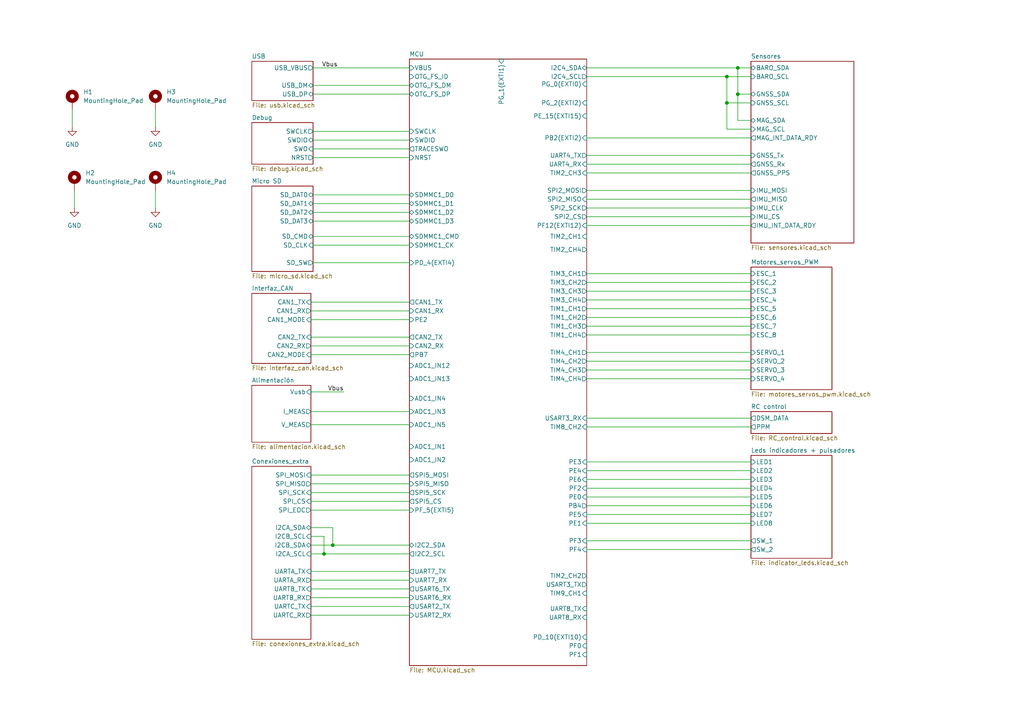
<source format=kicad_sch>
(kicad_sch (version 20211123) (generator eeschema)
  (paper "A4")
  (lib_symbols
    (symbol "Mechanical:MountingHole_Pad" (pin_numbers hide) (pin_names (offset 1.016) hide)
      (property "Reference" "H" (at 0 6.35 0))
      (property "Value" "MountingHole_Pad" (at 0 4.445 0))
      (symbol "MountingHole_Pad_0_1"
        (circle (center 0 1.27) (radius 1.27) (stroke (width 1.27)))
      )
      (symbol "MountingHole_Pad_1_1"
        (pin input line (at 0 -2.54 90) (length 2.54) (name "1") (number "1"))
      )
    )
    (symbol "power:GND" (power) (pin_names (offset 0))
      (property "Value" "GND" (at 0 -3.81 0))
      (symbol "GND_0_1"
        (polyline (pts (xy 0 0) (xy 0 -1.27) (xy 1.27 -1.27) (xy 0 -2.54) (xy -1.27 -1.27) (xy 0 -1.27)))
      )
      (symbol "GND_1_1"
        (pin power_in line (at 0 0 270) (length 0) hide (name "GND") (number "1"))
      )
    )
  )
  (junction (at 210.82 22.225))
  (junction (at 213.995 27.305))
  (junction (at 93.98 160.655))
  (junction (at 213.995 19.685))
  (junction (at 96.52 158.115))
  (junction (at 210.82 29.845))
  (wire (pts (xy 45.085 31.75) (xy 45.085 36.83)))
  (wire (pts (xy 170.18 40.005) (xy 217.805 40.005)))
  (wire (pts (xy 170.18 136.525) (xy 217.805 136.525)))
  (wire (pts (xy 170.18 121.285) (xy 217.805 121.285)))
  (wire (pts (xy 90.17 100.33) (xy 118.745 100.33)))
  (wire (pts (xy 170.18 79.375) (xy 217.805 79.375)))
  (wire (pts (xy 170.18 45.085) (xy 217.805 45.085)))
  (wire (pts (xy 170.18 144.145) (xy 217.805 144.145)))
  (wire (pts (xy 90.805 45.72) (xy 118.745 45.72)))
  (wire (pts (xy 170.18 89.535) (xy 217.805 89.535)))
  (wire (pts (xy 90.805 56.515) (xy 118.745 56.515)))
  (wire (pts (xy 90.17 168.275) (xy 118.745 168.275)))
  (wire (pts (xy 170.18 107.315) (xy 217.805 107.315)))
  (wire (pts (xy 93.98 155.575) (xy 93.98 160.655)))
  (wire (pts (xy 217.805 34.925) (xy 213.995 34.925)))
  (wire (pts (xy 90.17 90.17) (xy 118.745 90.17)))
  (wire (pts (xy 90.17 140.335) (xy 118.745 140.335)))
  (wire (pts (xy 90.17 97.79) (xy 118.745 97.79)))
  (wire (pts (xy 210.82 29.845) (xy 210.82 22.225)))
  (wire (pts (xy 170.18 159.385) (xy 217.805 159.385)))
  (wire (pts (xy 93.98 160.655) (xy 118.745 160.655)))
  (wire (pts (xy 213.995 34.925) (xy 213.995 27.305)))
  (wire (pts (xy 170.18 22.225) (xy 210.82 22.225)))
  (wire (pts (xy 170.18 141.605) (xy 217.805 141.605)))
  (wire (pts (xy 90.17 102.87) (xy 118.745 102.87)))
  (wire (pts (xy 217.805 37.465) (xy 210.82 37.465)))
  (wire (pts (xy 213.995 27.305) (xy 213.995 19.685)))
  (wire (pts (xy 90.805 71.12) (xy 118.745 71.12)))
  (wire (pts (xy 170.18 109.855) (xy 217.805 109.855)))
  (wire (pts (xy 170.18 57.785) (xy 217.805 57.785)))
  (wire (pts (xy 90.805 27.305) (xy 118.745 27.305)))
  (wire (pts (xy 170.18 47.625) (xy 217.805 47.625)))
  (wire (pts (xy 90.805 40.64) (xy 118.745 40.64)))
  (wire (pts (xy 90.17 145.415) (xy 118.745 145.415)))
  (wire (pts (xy 90.17 113.665) (xy 99.695 113.665)))
  (wire (pts (xy 170.18 94.615) (xy 217.805 94.615)))
  (wire (pts (xy 90.17 119.38) (xy 118.745 119.38)))
  (wire (pts (xy 90.17 165.735) (xy 118.745 165.735)))
  (wire (pts (xy 170.18 60.325) (xy 217.805 60.325)))
  (wire (pts (xy 170.18 97.155) (xy 217.805 97.155)))
  (wire (pts (xy 210.82 22.225) (xy 217.805 22.225)))
  (wire (pts (xy 170.18 65.405) (xy 217.805 65.405)))
  (wire (pts (xy 170.18 50.165) (xy 217.805 50.165)))
  (wire (pts (xy 45.085 55.245) (xy 45.085 60.325)))
  (wire (pts (xy 170.18 62.865) (xy 217.805 62.865)))
  (wire (pts (xy 90.17 173.355) (xy 118.745 173.355)))
  (wire (pts (xy 90.17 178.435) (xy 118.745 178.435)))
  (wire (pts (xy 170.18 151.765) (xy 217.805 151.765)))
  (wire (pts (xy 170.18 149.225) (xy 217.805 149.225)))
  (wire (pts (xy 90.17 87.63) (xy 118.745 87.63)))
  (wire (pts (xy 170.18 81.915) (xy 217.805 81.915)))
  (wire (pts (xy 170.18 86.995) (xy 217.805 86.995)))
  (wire (pts (xy 213.995 19.685) (xy 217.805 19.685)))
  (wire (pts (xy 96.52 153.035) (xy 96.52 158.115)))
  (wire (pts (xy 170.18 92.075) (xy 217.805 92.075)))
  (wire (pts (xy 170.18 133.985) (xy 217.805 133.985)))
  (wire (pts (xy 90.17 137.795) (xy 118.745 137.795)))
  (wire (pts (xy 90.805 68.58) (xy 118.745 68.58)))
  (wire (pts (xy 20.955 31.75) (xy 20.955 36.83)))
  (wire (pts (xy 90.805 38.1) (xy 118.745 38.1)))
  (wire (pts (xy 90.805 59.055) (xy 118.745 59.055)))
  (wire (pts (xy 90.805 24.765) (xy 118.745 24.765)))
  (wire (pts (xy 170.18 139.065) (xy 217.805 139.065)))
  (wire (pts (xy 170.18 19.685) (xy 213.995 19.685)))
  (wire (pts (xy 210.82 37.465) (xy 210.82 29.845)))
  (wire (pts (xy 90.17 160.655) (xy 93.98 160.655)))
  (wire (pts (xy 170.18 146.685) (xy 217.805 146.685)))
  (wire (pts (xy 96.52 158.115) (xy 118.745 158.115)))
  (wire (pts (xy 90.17 142.875) (xy 118.745 142.875)))
  (wire (pts (xy 90.17 147.955) (xy 118.745 147.955)))
  (wire (pts (xy 170.18 84.455) (xy 217.805 84.455)))
  (wire (pts (xy 90.17 158.115) (xy 96.52 158.115)))
  (wire (pts (xy 90.17 175.895) (xy 118.745 175.895)))
  (wire (pts (xy 90.805 43.18) (xy 118.745 43.18)))
  (wire (pts (xy 170.18 123.825) (xy 217.805 123.825)))
  (wire (pts (xy 21.59 55.245) (xy 21.59 60.325)))
  (wire (pts (xy 217.805 29.845) (xy 210.82 29.845)))
  (wire (pts (xy 217.805 27.305) (xy 213.995 27.305)))
  (wire (pts (xy 170.18 156.845) (xy 217.805 156.845)))
  (wire (pts (xy 90.17 92.71) (xy 118.745 92.71)))
  (wire (pts (xy 90.805 76.2) (xy 118.745 76.2)))
  (wire (pts (xy 170.18 102.235) (xy 217.805 102.235)))
  (wire (pts (xy 90.805 64.135) (xy 118.745 64.135)))
  (wire (pts (xy 90.17 170.815) (xy 118.745 170.815)))
  (wire (pts (xy 90.17 123.19) (xy 118.745 123.19)))
  (wire (pts (xy 170.18 104.775) (xy 217.805 104.775)))
  (wire (pts (xy 90.17 155.575) (xy 93.98 155.575)))
  (wire (pts (xy 90.805 19.685) (xy 118.745 19.685)))
  (wire (pts (xy 90.805 61.595) (xy 118.745 61.595)))
  (wire (pts (xy 170.18 55.245) (xy 217.805 55.245)))
  (wire (pts (xy 90.17 153.035) (xy 96.52 153.035)))
  (label "Vbus" (at 93.345 19.685 0))
  (label "Vbus" (at 99.695 113.665 180))
  (symbol (lib_id "Mechanical:MountingHole_Pad") (at 21.59 52.705 0) (unit 1)
    (property "Reference" "H2" (at 24.765 50.1649 0) (effects (justify left)))
    (property "Value" "MountingHole_Pad" (at 24.765 52.7049 0) (effects (justify left)))
    (property "Footprint" "MountingHole:MountingHole_3.2mm_M3_Pad_TopBottom" (effects hide))
  )
  (symbol (lib_id "power:GND") (at 21.59 60.325 0) (unit 1)
    (property "Reference" "#PWR0177" (effects hide))
    (property "Value" "GND" (at 21.59 65.405 0))
  )
  (symbol (lib_id "power:GND") (at 45.085 60.325 0) (unit 1)
    (property "Reference" "#PWR0178" (effects hide))
    (property "Value" "GND" (at 45.085 65.405 0))
  )
  (symbol (lib_id "Mechanical:MountingHole_Pad") (at 20.955 29.21 0) (unit 1)
    (property "Reference" "H1" (at 24.13 26.6699 0) (effects (justify left)))
    (property "Value" "MountingHole_Pad" (at 24.13 29.2099 0) (effects (justify left)))
    (property "Footprint" "MountingHole:MountingHole_3.2mm_M3_Pad_TopBottom" (effects hide))
  )
  (symbol (lib_id "power:GND") (at 20.955 36.83 0) (unit 1)
    (property "Reference" "#PWR0176" (effects hide))
    (property "Value" "GND" (at 20.955 41.91 0))
  )
  (symbol (lib_id "power:GND") (at 45.085 36.83 0) (unit 1)
    (property "Reference" "#PWR0175" (effects hide))
    (property "Value" "GND" (at 45.085 41.91 0))
  )
  (symbol (lib_id "Mechanical:MountingHole_Pad") (at 45.085 52.705 0) (unit 1)
    (property "Reference" "H4" (at 48.26 50.1649 0) (effects (justify left)))
    (property "Value" "MountingHole_Pad" (at 48.26 52.7049 0) (effects (justify left)))
    (property "Footprint" "MountingHole:MountingHole_3.2mm_M3_Pad_TopBottom" (effects hide))
  )
  (symbol (lib_id "Mechanical:MountingHole_Pad") (at 45.085 29.21 0) (unit 1)
    (property "Reference" "H3" (at 48.26 26.6699 0) (effects (justify left)))
    (property "Value" "MountingHole_Pad" (at 48.26 29.2099 0) (effects (justify left)))
    (property "Footprint" "MountingHole:MountingHole_3.2mm_M3_Pad_TopBottom" (effects hide))
  )
  (sheet (at 73.025 135.255) (size 17.145 50.165) (stroke (width 0.1524))
    (property "Sheet name" "Conexiones_extra" (at 73.025 134.5434 0) (effects (justify left bottom)))
    (property "Sheet file" "conexiones_extra.kicad_sch" (at 73.025 186.0046 0) (effects (justify left top)))
    (pin "SPI_CS" input (at 90.17 145.415 0))
    (pin "SPI_MOSI" input (at 90.17 137.795 0))
    (pin "SPI_MISO" output (at 90.17 140.335 0))
    (pin "SPI_SCK" input (at 90.17 142.875 0))
    (pin "SPI_EOC" output (at 90.17 147.955 0))
    (pin "I2CB_SCL" input (at 90.17 155.575 0))
    (pin "I2CB_SDA" bidirectional (at 90.17 158.115 0))
    (pin "I2CA_SDA" bidirectional (at 90.17 153.035 0))
    (pin "I2CA_SCL" input (at 90.17 160.655 0))
    (pin "UARTB_TX" input (at 90.17 170.815 0))
    (pin "UARTA_TX" input (at 90.17 165.735 0))
    (pin "UARTA_RX" output (at 90.17 168.275 0))
    (pin "UARTB_RX" output (at 90.17 173.355 0))
    (pin "UARTC_TX" input (at 90.17 175.895 0))
    (pin "UARTC_RX" output (at 90.17 178.435 0))
  )
  (sheet (at 217.805 17.78) (size 29.845 52.705) (stroke (width 0.1524))
    (property "Sheet name" "Sensores" (at 217.805 17.0684 0) (effects (justify left bottom)))
    (property "Sheet file" "sensores.kicad_sch" (at 217.805 71.0696 0) (effects (justify left top)))
    (pin "IMU_MISO" output (at 217.805 57.785 180))
    (pin "IMU_CS" input (at 217.805 62.865 180))
    (pin "IMU_CLK" input (at 217.805 60.325 180))
    (pin "IMU_MOSI" input (at 217.805 55.245 180))
    (pin "IMU_INT_DATA_RDY" output (at 217.805 65.405 180))
    (pin "BARO_SCL" input (at 217.805 22.225 180))
    (pin "BARO_SDA" bidirectional (at 217.805 19.685 180))
    (pin "GNSS_SDA" bidirectional (at 217.805 27.305 180))
    (pin "GNSS_PPS" output (at 217.805 50.165 180))
    (pin "GNSS_Rx" output (at 217.805 47.625 180))
    (pin "GNSS_SCL" input (at 217.805 29.845 180))
    (pin "GNSS_Tx" input (at 217.805 45.085 180))
    (pin "MAG_SCL" input (at 217.805 37.465 180))
    (pin "MAG_SDA" bidirectional (at 217.805 34.925 180))
    (pin "MAG_INT_DATA_RDY" output (at 217.805 40.005 180))
  )
  (sheet (at 217.805 119.38) (size 23.495 6.35) (stroke (width 0.1524))
    (property "Sheet name" "RC control" (at 217.805 118.6684 0) (effects (justify left bottom)))
    (property "Sheet file" "RC_control.kicad_sch" (at 217.805 126.3146 0) (effects (justify left top)))
    (pin "DSM_DATA" output (at 217.805 121.285 180))
    (pin "PPM" output (at 217.805 123.825 180))
  )
  (sheet (at 73.025 53.975) (size 17.78 24.765) (stroke (width 0.1524))
    (property "Sheet name" "Micro SD" (at 73.025 53.2634 0) (effects (justify left bottom)))
    (property "Sheet file" "micro_sd.kicad_sch" (at 73.025 79.3246 0) (effects (justify left top)))
    (pin "SD_CMD" bidirectional (at 90.805 68.58 0))
    (pin "SD_DAT0" bidirectional (at 90.805 56.515 0))
    (pin "SD_DAT3" bidirectional (at 90.805 64.135 0))
    (pin "SD_DAT2" bidirectional (at 90.805 61.595 0))
    (pin "SD_DAT1" bidirectional (at 90.805 59.055 0))
    (pin "SD_CLK" input (at 90.805 71.12 0))
    (pin "SD_SW" output (at 90.805 76.2 0))
  )
  (sheet (at 73.025 111.76) (size 17.145 16.51) (stroke (width 0.1524))
    (property "Sheet name" "Alimentación" (at 73.025 111.0484 0) (effects (justify left bottom)))
    (property "Sheet file" "alimentacion.kicad_sch" (at 73.025 128.8546 0) (effects (justify left top)))
    (pin "Vusb" input (at 90.17 113.665 0))
    (pin "I_MEAS" output (at 90.17 119.38 0))
    (pin "V_MEAS" output (at 90.17 123.19 0))
  )
  (sheet (at 73.025 35.56) (size 17.78 12.065) (stroke (width 0.1524))
    (property "Sheet name" "Debug" (at 73.025 34.8484 0) (effects (justify left bottom)))
    (property "Sheet file" "debug.kicad_sch" (at 73.025 48.2096 0) (effects (justify left top)))
    (pin "SWCLK" output (at 90.805 38.1 0))
    (pin "SWDIO" bidirectional (at 90.805 40.64 0))
    (pin "SWO" input (at 90.805 43.18 0))
    (pin "NRST" output (at 90.805 45.72 0))
  )
  (sheet (at 118.745 17.145) (size 51.435 175.895) (stroke (width 0.1524))
    (property "Sheet name" "MCU" (at 118.745 16.4334 0) (effects (justify left bottom)))
    (property "Sheet file" "MCU.kicad_sch" (at 118.745 193.6246 0) (effects (justify left top)))
    (pin "I2C4_SDA" bidirectional (at 170.18 19.685 0))
    (pin "I2C4_SCL" output (at 170.18 22.225 0))
    (pin "I2C2_SCL" output (at 118.745 160.655 180))
    (pin "I2C2_SDA" bidirectional (at 118.745 158.115 180))
    (pin "SDMMC1_D2" bidirectional (at 118.745 61.595 180))
    (pin "SDMMC1_D1" bidirectional (at 118.745 59.055 180))
    (pin "SDMMC1_CK" input (at 118.745 71.12 180))
    (pin "SDMMC1_D3" bidirectional (at 118.745 64.135 180))
    (pin "SDMMC1_D0" bidirectional (at 118.745 56.515 180))
    (pin "SDMMC1_CMD" bidirectional (at 118.745 68.58 180))
    (pin "OTG_FS_DM" bidirectional (at 118.745 24.765 180))
    (pin "OTG_FS_DP" bidirectional (at 118.745 27.305 180))
    (pin "OTG_FS_ID" input (at 118.745 22.225 180))
    (pin "VBUS" input (at 118.745 19.685 180))
    (pin "TRACESWO" output (at 118.745 43.18 180))
    (pin "SWDIO" bidirectional (at 118.745 40.64 180))
    (pin "SWCLK" input (at 118.745 38.1 180))
    (pin "NRST" input (at 118.745 45.72 180))
    (pin "CAN2_TX" output (at 118.745 97.79 180))
    (pin "CAN2_RX" input (at 118.745 100.33 180))
    (pin "CAN1_TX" output (at 118.745 87.63 180))
    (pin "CAN1_RX" input (at 118.745 90.17 180))
    (pin "TIM1_CH1" output (at 170.18 89.535 0))
    (pin "TIM1_CH3" output (at 170.18 94.615 0))
    (pin "TIM1_CH2" output (at 170.18 92.075 0))
    (pin "TIM1_CH4" output (at 170.18 97.155 0))
    (pin "TIM4_CH4" output (at 170.18 109.855 0))
    (pin "TIM4_CH2" output (at 170.18 104.775 0))
    (pin "TIM4_CH1" output (at 170.18 102.235 0))
    (pin "TIM4_CH3" output (at 170.18 107.315 0))
    (pin "TIM3_CH4" output (at 170.18 86.995 0))
    (pin "TIM3_CH3" output (at 170.18 84.455 0))
    (pin "TIM3_CH1" output (at 170.18 79.375 0))
    (pin "TIM3_CH2" output (at 170.18 81.915 0))
    (pin "SPI5_CS" output (at 118.745 145.415 180))
    (pin "SPI5_SCK" output (at 118.745 142.875 180))
    (pin "SPI5_MISO" input (at 118.745 140.335 180))
    (pin "SPI5_MOSI" output (at 118.745 137.795 180))
    (pin "USART3_RX" input (at 170.18 121.285 0))
    (pin "USART3_TX" output (at 170.18 169.545 0))
    (pin "PD_10(EXTI10)" input (at 170.18 184.785 0))
    (pin "PE_15(EXTI15)" input (at 170.18 33.655 0))
    (pin "PF_5(EXTI5)" input (at 118.745 147.955 180))
    (pin "PD_4(EXTI4)" input (at 118.745 76.2 180))
    (pin "USART6_RX" input (at 118.745 173.355 180))
    (pin "ADC1_IN12" input (at 118.745 106.045 180))
    (pin "ADC1_IN13" input (at 118.745 109.855 180))
    (pin "SPI2_MOSI" output (at 170.18 55.245 0))
    (pin "SPI2_MISO" input (at 170.18 57.785 0))
    (pin "SPI2_SCK" output (at 170.18 60.325 0))
    (pin "SPI2_CS" output (at 170.18 62.865 0))
    (pin "USART6_TX" output (at 118.745 170.815 180))
    (pin "USART2_RX" input (at 118.745 178.435 180))
    (pin "USART2_TX" output (at 118.745 175.895 180))
    (pin "UART4_RX" input (at 170.18 47.625 0))
    (pin "UART4_TX" output (at 170.18 45.085 0))
    (pin "UART8_TX" input (at 170.18 176.53 0))
    (pin "UART8_RX" input (at 170.18 179.07 0))
    (pin "UART7_RX" input (at 118.745 168.275 180))
    (pin "TIM2_CH2" output (at 170.18 167.005 0))
    (pin "TIM2_CH1" input (at 170.18 68.58 0))
    (pin "TIM2_CH4" output (at 170.18 72.39 0))
    (pin "TIM2_CH3" input (at 170.18 50.165 0))
    (pin "PG_2(EXTI2)" input (at 170.18 29.845 0))
    (pin "UART7_TX" output (at 118.745 165.735 180))
    (pin "TIM9_CH1" input (at 170.18 172.085 0))
    (pin "PG_1(EXTI1)" input (at 145.415 17.145 90))
    (pin "TIM8_CH2" input (at 170.18 123.825 0))
    (pin "ADC1_IN2" input (at 118.745 133.35 180))
    (pin "ADC1_IN1" input (at 118.745 129.54 180))
    (pin "ADC1_IN4" input (at 118.745 115.57 180))
    (pin "ADC1_IN5" input (at 118.745 123.19 180))
    (pin "PG_0(EXTI0)" input (at 170.18 24.384 0))
    (pin "PF4" input (at 170.18 159.385 0))
    (pin "PF3" input (at 170.18 156.845 0))
    (pin "PF2" input (at 170.18 141.605 0))
    (pin "PF1" input (at 170.18 189.865 0))
    (pin "PF0" input (at 170.18 187.325 0))
    (pin "PE4" input (at 170.18 136.525 0))
    (pin "PE3" input (at 170.18 133.985 0))
    (pin "PE2" input (at 118.745 92.71 180))
    (pin "PE5" input (at 170.18 149.225 0))
    (pin "PE6" input (at 170.18 139.065 0))
    (pin "PE0" input (at 170.18 144.145 0))
    (pin "PE1" input (at 170.18 151.765 0))
    (pin "PB7" output (at 118.745 102.87 180))
    (pin "PB4" output (at 170.18 146.685 0))
    (pin "PB2(EXTI2)" input (at 170.18 40.005 0))
    (pin "PF12(EXTI12)" input (at 170.18 65.405 0))
    (pin "ADC1_IN3" input (at 118.745 119.38 180))
  )
  (sheet (at 217.805 132.08) (size 23.495 29.845) (stroke (width 0.1524))
    (property "Sheet name" "Leds indicadores + pulsadores" (at 217.805 131.3684 0) (effects (justify left bottom)))
    (property "Sheet file" "indicator_leds.kicad_sch" (at 217.805 162.5096 0) (effects (justify left top)))
    (pin "LED4" input (at 217.805 141.605 180))
    (pin "LED3" input (at 217.805 139.065 180))
    (pin "LED6" input (at 217.805 146.685 180))
    (pin "LED7" input (at 217.805 149.225 180))
    (pin "LED2" input (at 217.805 136.525 180))
    (pin "LED1" input (at 217.805 133.985 180))
    (pin "LED8" input (at 217.805 151.765 180))
    (pin "LED5" input (at 217.805 144.145 180))
    (pin "SW_2" output (at 217.805 159.385 180))
    (pin "SW_1" output (at 217.805 156.845 180))
  )
  (sheet (at 217.805 77.47) (size 23.495 35.56) (stroke (width 0.1524))
    (property "Sheet name" "Motores_servos_PWM" (at 217.805 76.7584 0) (effects (justify left bottom)))
    (property "Sheet file" "motores_servos_pwm.kicad_sch" (at 217.805 113.6146 0) (effects (justify left top)))
    (pin "ESC_5" input (at 217.805 89.535 180))
    (pin "ESC_6" input (at 217.805 92.075 180))
    (pin "ESC_4" input (at 217.805 86.995 180))
    (pin "ESC_2" input (at 217.805 81.915 180))
    (pin "ESC_3" input (at 217.805 84.455 180))
    (pin "ESC_1" input (at 217.805 79.375 180))
    (pin "ESC_7" input (at 217.805 94.615 180))
    (pin "ESC_8" input (at 217.805 97.155 180))
    (pin "SERVO_3" input (at 217.805 107.315 180))
    (pin "SERVO_1" input (at 217.805 102.235 180))
    (pin "SERVO_2" input (at 217.805 104.775 180))
    (pin "SERVO_4" input (at 217.805 109.855 180))
  )
  (sheet (at 73.025 17.78) (size 17.78 11.43) (stroke (width 0.1524))
    (property "Sheet name" "USB" (at 73.025 17.0684 0) (effects (justify left bottom)))
    (property "Sheet file" "usb.kicad_sch" (at 73.025 29.7946 0) (effects (justify left top)))
    (pin "USB_VBUS" output (at 90.805 19.685 0))
    (pin "USB_DM" bidirectional (at 90.805 24.765 0))
    (pin "USB_DP" bidirectional (at 90.805 27.305 0))
  )
  (sheet (at 73.025 85.09) (size 17.145 20.32) (stroke (width 0.1524))
    (property "Sheet name" "Interfaz_CAN" (at 73.025 84.3784 0) (effects (justify left bottom)))
    (property "Sheet file" "interfaz_can.kicad_sch" (at 73.025 105.9946 0) (effects (justify left top)))
    (pin "CAN1_RX" output (at 90.17 90.17 0))
    (pin "CAN1_TX" input (at 90.17 87.63 0))
    (pin "CAN2_TX" input (at 90.17 97.79 0))
    (pin "CAN2_RX" output (at 90.17 100.33 0))
    (pin "CAN1_MODE" input (at 90.17 92.71 0))
    (pin "CAN2_MODE" input (at 90.17 102.87 0))
  )
)
</source>
